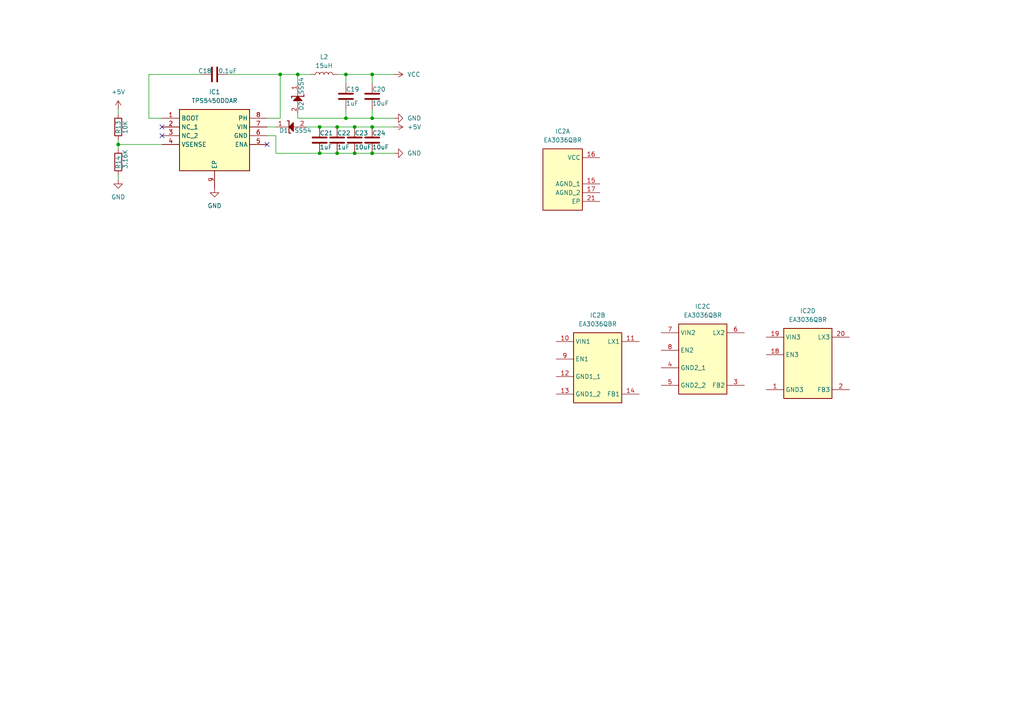
<source format=kicad_sch>
(kicad_sch (version 20231120) (generator "eeschema") (generator_version "8.0")
  (paper "A4")
  (lib_symbols
    (symbol "Device:C" (pin_numbers hide) (pin_names (offset 0.254))
      (property "Reference" "C" (at 0.635 2.54 0))
      (property "Value" "C" (at 0.635 -2.54 0))
      (symbol "C_0_1"
        (polyline (pts (xy -2.032 -0.762) (xy 2.032 -0.762)) (stroke (width 0.508)))
        (polyline (pts (xy -2.032 0.762) (xy 2.032 0.762)) (stroke (width 0.508)))
      )
      (symbol "C_1_1"
        (pin passive line (at 0 3.81 270) (length 2.794) (name "~") (number "1"))
        (pin passive line (at 0 -3.81 90) (length 2.794) (name "~") (number "2"))
      )
    )
    (symbol "Device:L" (pin_numbers hide) (pin_names (offset 1.016) hide)
      (property "Reference" "L" (at -1.27 0 90))
      (property "Value" "L" (at 1.905 0 90))
      (symbol "L_0_1"
        (arc (start 0 -2.54) (mid 0.6323 -1.905) (end 0 -1.27))
        (arc (start 0 -1.27) (mid 0.6323 -0.635) (end 0 0))
        (arc (start 0 0) (mid 0.6323 0.635) (end 0 1.27))
        (arc (start 0 1.27) (mid 0.6323 1.905) (end 0 2.54))
      )
      (symbol "L_1_1"
        (pin passive line (at 0 3.81 270) (length 1.27) (name "1") (number "1"))
        (pin passive line (at 0 -3.81 90) (length 1.27) (name "2") (number "2"))
      )
    )
    (symbol "Device:R" (pin_numbers hide) (pin_names (offset 0))
      (property "Reference" "R" (at 2.032 0 90))
      (property "Value" "R" (at 0 0 90))
      (symbol "R_0_1"
        (rectangle (start -1.016 -2.54) (end 1.016 2.54) (stroke (width 0.254)))
      )
      (symbol "R_1_1"
        (pin passive line (at 0 3.81 270) (length 1.27) (name "~") (number "1"))
        (pin passive line (at 0 -3.81 90) (length 1.27) (name "~") (number "2"))
      )
    )
    (symbol "SamacSys_Parts:EA3036QBR"
      (property "Reference" "IC" (at 29.21 17.78 0))
      (property "Value" "EA3036QBR" (at 29.21 15.24 0))
      (symbol "EA3036QBR_1_1"
        (rectangle (start 29.21 8.89) (end 40.64 -8.89) (stroke (width 0.254)) (fill (type background)))
        (pin passive line (at 45.72 -1.27 180) (length 5.08) (name "AGND_1") (number "15"))
        (pin passive line (at 45.72 6.35 180) (length 5.08) (name "VCC") (number "16"))
        (pin passive line (at 45.72 -3.81 180) (length 5.08) (name "AGND_2") (number "17"))
        (pin passive line (at 45.72 -6.35 180) (length 5.08) (name "EP") (number "21"))
      )
      (symbol "EA3036QBR_2_1"
        (rectangle (start 27.94 8.89) (end 41.91 -11.43) (stroke (width 0.254)) (fill (type background)))
        (pin passive line (at 22.86 6.35 0) (length 5.08) (name "VIN1") (number "10"))
        (pin passive line (at 46.99 6.35 180) (length 5.08) (name "LX1") (number "11"))
        (pin passive line (at 22.86 -3.81 0) (length 5.08) (name "GND1_1") (number "12"))
        (pin passive line (at 22.86 -8.89 0) (length 5.08) (name "GND1_2") (number "13"))
        (pin passive line (at 46.99 -8.89 180) (length 5.08) (name "FB1") (number "14"))
        (pin passive line (at 22.86 1.27 0) (length 5.08) (name "EN1") (number "9"))
      )
      (symbol "EA3036QBR_3_1"
        (rectangle (start 27.94 10.16) (end 41.91 -10.16) (stroke (width 0.254)) (fill (type background)))
        (pin passive line (at 46.99 -7.62 180) (length 5.08) (name "FB2") (number "3"))
        (pin passive line (at 22.86 -2.54 0) (length 5.08) (name "GND2_1") (number "4"))
        (pin passive line (at 22.86 -7.62 0) (length 5.08) (name "GND2_2") (number "5"))
        (pin passive line (at 46.99 7.62 180) (length 5.08) (name "LX2") (number "6"))
        (pin passive line (at 22.86 7.62 0) (length 5.08) (name "VIN2") (number "7"))
        (pin passive line (at 22.86 2.54 0) (length 5.08) (name "EN2") (number "8"))
      )
      (symbol "EA3036QBR_4_1"
        (rectangle (start 27.94 10.16) (end 41.91 -10.16) (stroke (width 0.254)) (fill (type background)))
        (pin passive line (at 22.86 -7.62 0) (length 5.08) (name "GND3") (number "1"))
        (pin passive line (at 22.86 2.54 0) (length 5.08) (name "EN3") (number "18"))
        (pin passive line (at 22.86 7.62 0) (length 5.08) (name "VIN3") (number "19"))
        (pin passive line (at 46.99 -7.62 180) (length 5.08) (name "FB3") (number "2"))
        (pin passive line (at 46.99 7.62 180) (length 5.08) (name "LX3") (number "20"))
      )
    )
    (symbol "SamacSys_Parts:SS54" (pin_names hide)
      (property "Reference" "D" (at 12.7 8.89 0))
      (property "Value" "SS54" (at 12.7 6.35 0))
      (symbol "SS54_0_1"
        (polyline (pts (xy 10.16 0) (xy 11.43 0)))
        (polyline (pts (xy 11.43 1.778) (xy 10.922 1.778)) (stroke (width 0.254)))
        (polyline (pts (xy 11.938 -1.778) (xy 11.43 -1.778)) (stroke (width 0.254)))
        (polyline (pts (xy 12.7 0) (xy 13.97 0)))
      )
      (symbol "SS54_1_1"
        (polyline (pts (xy 11.43 1.778) (xy 11.43 -1.778)) (stroke (width 0.254)))
        (polyline (pts (xy 11.43 0) (xy 12.7 1.27) (xy 12.7 -1.27) (xy 11.43 0)) (stroke (width 0.254)) (fill (type outline)))
        (pin passive line (at 7.62 0 0) (length 2.54) (name "K") (number "1"))
        (pin passive line (at 16.51 0 180) (length 2.54) (name "A") (number "2"))
      )
    )
    (symbol "SamacSys_Parts:TPS5450DDAR"
      (property "Reference" "IC" (at 26.67 7.62 0))
      (property "Value" "TPS5450DDAR" (at 26.67 5.08 0))
      (symbol "TPS5450DDAR_1_1"
        (rectangle (start 5.08 2.54) (end 25.4 -15.24) (stroke (width 0.254)) (fill (type background)))
        (pin passive line (at 0 0 0) (length 5.08) (name "BOOT") (number "1"))
        (pin passive line (at 0 -2.54 0) (length 5.08) (name "NC_1") (number "2"))
        (pin passive line (at 0 -5.08 0) (length 5.08) (name "NC_2") (number "3"))
        (pin passive line (at 0 -7.62 0) (length 5.08) (name "VSENSE") (number "4"))
        (pin passive line (at 30.48 -7.62 180) (length 5.08) (name "ENA") (number "5"))
        (pin passive line (at 30.48 -5.08 180) (length 5.08) (name "GND") (number "6"))
        (pin passive line (at 30.48 -2.54 180) (length 5.08) (name "VIN") (number "7"))
        (pin passive line (at 30.48 0 180) (length 5.08) (name "PH") (number "8"))
        (pin passive line (at 15.24 -20.32 90) (length 5.08) (name "EP") (number "9"))
      )
    )
    (symbol "power:+5V" (power) (pin_numbers hide) (pin_names (offset 0) hide)
      (property "Value" "+5V" (at 0 3.556 0))
      (symbol "+5V_0_1"
        (polyline (pts (xy -0.762 1.27) (xy 0 2.54)))
        (polyline (pts (xy 0 0) (xy 0 2.54)))
        (polyline (pts (xy 0 2.54) (xy 0.762 1.27)))
      )
      (symbol "+5V_1_1"
        (pin power_in line (at 0 0 90) (length 0) (name "~") (number "1"))
      )
    )
    (symbol "power:GND" (power) (pin_numbers hide) (pin_names (offset 0) hide)
      (property "Value" "GND" (at 0 -3.81 0))
      (symbol "GND_0_1"
        (polyline (pts (xy 0 0) (xy 0 -1.27) (xy 1.27 -1.27) (xy 0 -2.54) (xy -1.27 -1.27) (xy 0 -1.27)))
      )
      (symbol "GND_1_1"
        (pin power_in line (at 0 0 270) (length 0) (name "~") (number "1"))
      )
    )
    (symbol "power:VCC" (power) (pin_numbers hide) (pin_names (offset 0) hide)
      (property "Value" "VCC" (at 0 3.556 0))
      (symbol "VCC_0_1"
        (polyline (pts (xy -0.762 1.27) (xy 0 2.54)))
        (polyline (pts (xy 0 0) (xy 0 2.54)))
        (polyline (pts (xy 0 2.54) (xy 0.762 1.27)))
      )
      (symbol "VCC_1_1"
        (pin power_in line (at 0 0 90) (length 0) (name "~") (number "1"))
      )
    )
  )
  (junction (at 107.95 44.45))
  (junction (at 97.79 44.45))
  (junction (at 107.95 21.59))
  (junction (at 102.87 44.45))
  (junction (at 107.95 36.83))
  (junction (at 81.28 21.59))
  (junction (at 92.71 36.83))
  (junction (at 97.79 36.83))
  (junction (at 107.95 34.29))
  (junction (at 86.36 21.59))
  (junction (at 92.71 44.45))
  (junction (at 34.29 41.91))
  (junction (at 100.33 34.29))
  (junction (at 102.87 36.83))
  (junction (at 100.33 21.59))
  (no_connect (at 77.47 41.91))
  (no_connect (at 46.99 39.37))
  (no_connect (at 46.99 36.83))
  (wire (pts (xy 81.28 21.59) (xy 81.28 34.29)))
  (wire (pts (xy 97.79 44.45) (xy 102.87 44.45)))
  (wire (pts (xy 102.87 44.45) (xy 107.95 44.45)))
  (wire (pts (xy 100.33 21.59) (xy 107.95 21.59)))
  (wire (pts (xy 86.36 34.29) (xy 100.33 34.29)))
  (wire (pts (xy 97.79 21.59) (xy 100.33 21.59)))
  (wire (pts (xy 81.28 34.29) (xy 77.47 34.29)))
  (wire (pts (xy 100.33 34.29) (xy 107.95 34.29)))
  (wire (pts (xy 34.29 31.75) (xy 34.29 33.02)))
  (wire (pts (xy 107.95 31.75) (xy 107.95 34.29)))
  (wire (pts (xy 46.99 34.29) (xy 43.18 34.29)))
  (wire (pts (xy 92.71 44.45) (xy 97.79 44.45)))
  (wire (pts (xy 107.95 34.29) (xy 114.3 34.29)))
  (wire (pts (xy 43.18 21.59) (xy 58.42 21.59)))
  (wire (pts (xy 80.01 39.37) (xy 80.01 44.45)))
  (wire (pts (xy 34.29 41.91) (xy 34.29 43.18)))
  (wire (pts (xy 86.36 21.59) (xy 86.36 24.13)))
  (wire (pts (xy 86.36 33.02) (xy 86.36 34.29)))
  (wire (pts (xy 80.01 44.45) (xy 92.71 44.45)))
  (wire (pts (xy 34.29 50.8) (xy 34.29 52.07)))
  (wire (pts (xy 43.18 34.29) (xy 43.18 21.59)))
  (wire (pts (xy 107.95 36.83) (xy 114.3 36.83)))
  (wire (pts (xy 92.71 36.83) (xy 97.79 36.83)))
  (wire (pts (xy 107.95 44.45) (xy 114.3 44.45)))
  (wire (pts (xy 97.79 36.83) (xy 102.87 36.83)))
  (wire (pts (xy 102.87 36.83) (xy 107.95 36.83)))
  (wire (pts (xy 77.47 39.37) (xy 80.01 39.37)))
  (wire (pts (xy 34.29 41.91) (xy 46.99 41.91)))
  (wire (pts (xy 66.04 21.59) (xy 81.28 21.59)))
  (wire (pts (xy 100.33 31.75) (xy 100.33 34.29)))
  (wire (pts (xy 77.47 36.83) (xy 80.01 36.83)))
  (wire (pts (xy 34.29 41.91) (xy 34.29 40.64)))
  (wire (pts (xy 107.95 21.59) (xy 114.3 21.59)))
  (wire (pts (xy 86.36 21.59) (xy 90.17 21.59)))
  (wire (pts (xy 81.28 21.59) (xy 86.36 21.59)))
  (wire (pts (xy 100.33 21.59) (xy 100.33 24.13)))
  (wire (pts (xy 88.9 36.83) (xy 92.71 36.83)))
  (wire (pts (xy 107.95 21.59) (xy 107.95 24.13)))
  (symbol (lib_id "power:VCC") (at 114.3 21.59 270) (unit 1)
    (property "Reference" "#PWR030" (effects (hide yes)))
    (property "Value" "VCC" (at 118.11 21.5899 90) (effects (justify left)))
    (property "Description" "Power symbol creates a global label with name \"VCC\"" (effects (hide yes)))
  )
  (symbol (lib_id "power:GND") (at 114.3 34.29 90) (unit 1)
    (property "Reference" "#PWR031" (effects (hide yes)))
    (property "Value" "GND" (at 118.11 34.2899 90) (effects (justify right)))
    (property "Description" "Power symbol creates a global label with name \"GND\" , ground" (effects (hide yes)))
  )
  (symbol (lib_id "Device:C") (at 97.79 40.64 0) (unit 1)
    (property "Reference" "C22" (at 97.79 38.608 0) (effects (justify left)))
    (property "Value" "1uF" (at 97.79 42.672 0) (effects (justify left)))
    (property "Description" "Unpolarized capacitor" (effects (hide yes)))
  )
  (symbol (lib_id "Device:C") (at 100.33 27.94 0) (unit 1)
    (property "Reference" "C19" (at 100.33 25.908 0) (effects (justify left)))
    (property "Value" "1uF" (at 100.33 29.972 0) (effects (justify left)))
    (property "Description" "Unpolarized capacitor" (effects (hide yes)))
  )
  (symbol (lib_id "Device:C") (at 92.71 40.64 0) (unit 1)
    (property "Reference" "C21" (at 92.71 38.608 0) (effects (justify left)))
    (property "Value" "1uF" (at 92.71 42.672 0) (effects (justify left)))
    (property "Description" "Unpolarized capacitor" (effects (hide yes)))
  )
  (symbol (lib_id "power:+5V") (at 114.3 36.83 270) (unit 1)
    (property "Reference" "#PWR032" (effects (hide yes)))
    (property "Value" "+5V" (at 118.11 36.8299 90) (effects (justify left)))
    (property "Description" "Power symbol creates a global label with name \"+5V\"" (effects (hide yes)))
  )
  (symbol (lib_id "SamacSys_Parts:SS54") (at 86.36 16.51 270) (unit 1)
    (property "Reference" "D2" (at 87.376 30.734 0))
    (property "Value" "SS54" (at 87.376 24.892 0))
    (property "Footprint" "DIOM5126X245N" (effects (hide yes)))
    (property "Datasheet" "https://datasheet.lcsc.com/lcsc/2111080930_LGE-SS54_C2903855.pdf" (effects (hide yes)))
    (property "Description" "40V 550mV@5A 5A SMA(DO-214AC) Schottky Barrier Diodes (SBD)" (effects (hide yes)))
    (property "Height" "2.45" (effects (hide yes)))
    (property "Manufacturer_Name" "LGE" (effects (hide yes)))
    (property "Manufacturer_Part_Number" "SS54" (effects (hide yes)))
  )
  (symbol (lib_id "power:GND") (at 34.29 52.07 0) (unit 1)
    (property "Reference" "#PWR035" (effects (hide yes)))
    (property "Value" "GND" (at 34.29 57.15 0))
    (property "Description" "Power symbol creates a global label with name \"GND\" , ground" (effects (hide yes)))
  )
  (symbol (lib_id "SamacSys_Parts:EA3036QBR") (at 128.27 52.07 0) (unit 1)
    (property "Reference" "IC2" (at 163.195 38.1 0))
    (property "Value" "EA3036QBR" (at 163.195 40.64 0))
    (property "Footprint" "QFN40P300X300X80-21N" (effects (hide yes)))
    (property "Datasheet" "http://club.szlcsc.com/article/downFile_D72C44885C60F9F1.html" (effects (hide yes)))
    (property "Description" "3CH Power Management IC" (effects (hide yes)))
    (property "Height" "0.8" (effects (hide yes)))
    (property "Manufacturer_Name" "Ever Analog" (effects (hide yes)))
    (property "Manufacturer_Part_Number" "EA3036QBR" (effects (hide yes)))
  )
  (symbol (lib_id "Device:C") (at 102.87 40.64 0) (unit 1)
    (property "Reference" "C23" (at 102.87 38.608 0) (effects (justify left)))
    (property "Value" "10uF" (at 102.87 42.672 0) (effects (justify left)))
    (property "Description" "Unpolarized capacitor" (effects (hide yes)))
  )
  (symbol (lib_id "power:GND") (at 62.23 54.61 0) (unit 1)
    (property "Reference" "#PWR036" (effects (hide yes)))
    (property "Value" "GND" (at 62.23 59.69 0))
    (property "Description" "Power symbol creates a global label with name \"GND\" , ground" (effects (hide yes)))
  )
  (symbol (lib_id "Device:L") (at 93.98 21.59 90) (unit 1)
    (property "Reference" "L2" (at 93.98 16.51 90))
    (property "Value" "15uH" (at 93.98 19.05 90))
    (property "Description" "Inductor" (effects (hide yes)))
  )
  (symbol (lib_id "SamacSys_Parts:EA3036QBR") (at 138.43 105.41 0) (unit 2)
    (property "Reference" "IC2" (at 173.355 91.44 0))
    (property "Value" "EA3036QBR" (at 173.355 93.98 0))
    (property "Footprint" "QFN40P300X300X80-21N" (effects (hide yes)))
    (property "Datasheet" "http://club.szlcsc.com/article/downFile_D72C44885C60F9F1.html" (effects (hide yes)))
    (property "Description" "3CH Power Management IC" (effects (hide yes)))
    (property "Height" "0.8" (effects (hide yes)))
    (property "Manufacturer_Name" "Ever Analog" (effects (hide yes)))
    (property "Manufacturer_Part_Number" "EA3036QBR" (effects (hide yes)))
  )
  (symbol (lib_id "SamacSys_Parts:EA3036QBR") (at 199.39 105.41 0) (unit 4)
    (property "Reference" "IC2" (at 234.315 90.17 0))
    (property "Value" "EA3036QBR" (at 234.315 92.71 0))
    (property "Footprint" "QFN40P300X300X80-21N" (effects (hide yes)))
    (property "Datasheet" "http://club.szlcsc.com/article/downFile_D72C44885C60F9F1.html" (effects (hide yes)))
    (property "Description" "3CH Power Management IC" (effects (hide yes)))
    (property "Height" "0.8" (effects (hide yes)))
    (property "Manufacturer_Name" "Ever Analog" (effects (hide yes)))
    (property "Manufacturer_Part_Number" "EA3036QBR" (effects (hide yes)))
  )
  (symbol (lib_id "SamacSys_Parts:TPS5450DDAR") (at 46.99 34.29 0) (unit 1)
    (property "Reference" "IC1" (at 62.23 26.67 0))
    (property "Value" "TPS5450DDAR" (at 62.23 29.21 0))
    (property "Footprint" "SOIC127P600X170-9N" (effects (hide yes)))
    (property "Datasheet" "http://www.ti.com/general/docs/suppproductinfo.tsp?distId=10&gotoUrl=http%3A%2F%2Fwww.ti.com%2Flit%2Fgpn%2Ftps5450" (effects (hide yes)))
    (property "Description" "Texas Instruments, TPS5450DDAR Step-Down Switching Regulator 5A Adjustable, 1.22  31 V, 8-Pin SOIC" (effects (hide yes)))
    (property "Height" "1.7" (effects (hide yes)))
    (property "Manufacturer_Name" "Texas Instruments" (effects (hide yes)))
    (property "Manufacturer_Part_Number" "TPS5450DDAR" (effects (hide yes)))
    (property "Mouser Part Number" "595-TPS5450DDAR" (effects (hide yes)))
    (property "Mouser Price/Stock" "https://www.mouser.co.uk/ProductDetail/Texas-Instruments/TPS5450DDAR?qs=h%2FYsCRHtaqPaz8oWBdcCug%3D%3D" (effects (hide yes)))
    (property "Arrow Part Number" "TPS5450DDAR" (effects (hide yes)))
    (property "Arrow Price/Stock" "https://www.arrow.com/en/products/tps5450ddar/texas-instruments?region=nac" (effects (hide yes)))
  )
  (symbol (lib_id "power:GND") (at 114.3 44.45 90) (unit 1)
    (property "Reference" "#PWR033" (effects (hide yes)))
    (property "Value" "GND" (at 118.11 44.4499 90) (effects (justify right)))
    (property "Description" "Power symbol creates a global label with name \"GND\" , ground" (effects (hide yes)))
  )
  (symbol (lib_id "Device:C") (at 107.95 40.64 0) (unit 1)
    (property "Reference" "C24" (at 107.95 38.608 0) (effects (justify left)))
    (property "Value" "10uF" (at 107.95 42.672 0) (effects (justify left)))
    (property "Description" "Unpolarized capacitor" (effects (hide yes)))
  )
  (symbol (lib_id "Device:C") (at 107.95 27.94 0) (unit 1)
    (property "Reference" "C20" (at 107.95 25.908 0) (effects (justify left)))
    (property "Value" "10uF" (at 107.95 29.972 0) (effects (justify left)))
    (property "Description" "Unpolarized capacitor" (effects (hide yes)))
  )
  (symbol (lib_id "SamacSys_Parts:SS54") (at 72.39 36.83 0) (unit 1)
    (property "Reference" "D1" (at 82.296 37.846 0))
    (property "Value" "SS54" (at 87.884 37.846 0))
    (property "Footprint" "DIOM5126X245N" (effects (hide yes)))
    (property "Datasheet" "https://datasheet.lcsc.com/lcsc/2111080930_LGE-SS54_C2903855.pdf" (effects (hide yes)))
    (property "Description" "40V 550mV@5A 5A SMA(DO-214AC) Schottky Barrier Diodes (SBD)" (effects (hide yes)))
    (property "Height" "2.45" (effects (hide yes)))
    (property "Manufacturer_Name" "LGE" (effects (hide yes)))
    (property "Manufacturer_Part_Number" "SS54" (effects (hide yes)))
  )
  (symbol (lib_id "Device:R") (at 34.29 46.99 0) (unit 1)
    (property "Reference" "R14" (at 34.29 49.022 90) (effects (justify left)))
    (property "Value" "3.16K" (at 36.322 49.022 90) (effects (justify left)))
    (property "Description" "Resistor" (effects (hide yes)))
  )
  (symbol (lib_id "power:+5V") (at 34.29 31.75 0) (unit 1)
    (property "Reference" "#PWR034" (effects (hide yes)))
    (property "Value" "+5V" (at 34.29 26.67 0))
    (property "Description" "Power symbol creates a global label with name \"+5V\"" (effects (hide yes)))
  )
  (symbol (lib_id "Device:R") (at 34.29 36.83 0) (unit 1)
    (property "Reference" "R13" (at 34.29 38.862 90) (effects (justify left)))
    (property "Value" "10K" (at 36.322 38.862 90) (effects (justify left)))
    (property "Description" "Resistor" (effects (hide yes)))
  )
  (symbol (lib_id "Device:C") (at 62.23 21.59 90) (unit 1)
    (property "Reference" "C18" (at 59.436 20.574 90))
    (property "Value" "0.1uF" (at 66.04 20.574 90))
    (property "Description" "Unpolarized capacitor" (effects (hide yes)))
  )
  (symbol (lib_id "SamacSys_Parts:EA3036QBR") (at 168.91 104.14 0) (unit 3)
    (property "Reference" "IC2" (at 203.835 88.9 0))
    (property "Value" "EA3036QBR" (at 203.835 91.44 0))
    (property "Footprint" "QFN40P300X300X80-21N" (effects (hide yes)))
    (property "Datasheet" "http://club.szlcsc.com/article/downFile_D72C44885C60F9F1.html" (effects (hide yes)))
    (property "Description" "3CH Power Management IC" (effects (hide yes)))
    (property "Height" "0.8" (effects (hide yes)))
    (property "Manufacturer_Name" "Ever Analog" (effects (hide yes)))
    (property "Manufacturer_Part_Number" "EA3036QBR" (effects (hide yes)))
  )
)
</source>
